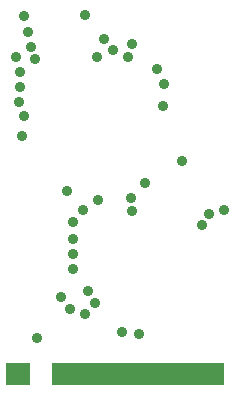
<source format=gbs>
G04*
G04 #@! TF.GenerationSoftware,Altium Limited,Altium Designer,18.1.8 (232)*
G04*
G04 Layer_Color=16711935*
%FSLAX25Y25*%
%MOIN*%
G70*
G01*
G75*
%ADD26R,0.02250X0.07690*%
%ADD29C,0.03556*%
D26*
X427871Y138414D02*
D03*
X372601D02*
D03*
X380497D02*
D03*
X378523D02*
D03*
X376549D02*
D03*
X374575D02*
D03*
X382470D02*
D03*
X384444D02*
D03*
X386418D02*
D03*
X388392D02*
D03*
X390366D02*
D03*
X392340D02*
D03*
X394314D02*
D03*
X396288D02*
D03*
X398262D02*
D03*
X400236D02*
D03*
X402210D02*
D03*
X404184D02*
D03*
X406157D02*
D03*
X408132D02*
D03*
X410105D02*
D03*
X412079D02*
D03*
X414053D02*
D03*
X416027D02*
D03*
X418001D02*
D03*
X419975D02*
D03*
X421949D02*
D03*
X423923D02*
D03*
X425897D02*
D03*
X363168D02*
D03*
X357263D02*
D03*
X361200D02*
D03*
X359231D02*
D03*
D29*
X359500Y244000D02*
D03*
X398000Y197000D02*
D03*
X402500Y202000D02*
D03*
X398262Y192778D02*
D03*
X382000Y193000D02*
D03*
X387000Y196549D02*
D03*
X409000Y235000D02*
D03*
X406500Y240000D02*
D03*
X382447Y258192D02*
D03*
X395000Y152500D02*
D03*
X400500Y151778D02*
D03*
X377500Y160000D02*
D03*
X374500Y164000D02*
D03*
X361000Y239000D02*
D03*
X366000Y243500D02*
D03*
X361500Y217716D02*
D03*
X376549Y199500D02*
D03*
X366500Y150500D02*
D03*
X378523Y189000D02*
D03*
X361000Y234000D02*
D03*
X360500Y229000D02*
D03*
X362299Y224500D02*
D03*
X408712Y227634D02*
D03*
X383546Y166000D02*
D03*
X378523Y173500D02*
D03*
Y178542D02*
D03*
Y183500D02*
D03*
X382500Y158500D02*
D03*
X386000Y162000D02*
D03*
X415000Y209500D02*
D03*
X421600Y188000D02*
D03*
X386500Y244000D02*
D03*
X389028Y250000D02*
D03*
X391967Y246500D02*
D03*
X396923Y244000D02*
D03*
X398315Y248500D02*
D03*
X424041Y191918D02*
D03*
X429000Y193000D02*
D03*
X364500Y247500D02*
D03*
X363549Y252451D02*
D03*
X362299Y257701D02*
D03*
M02*

</source>
